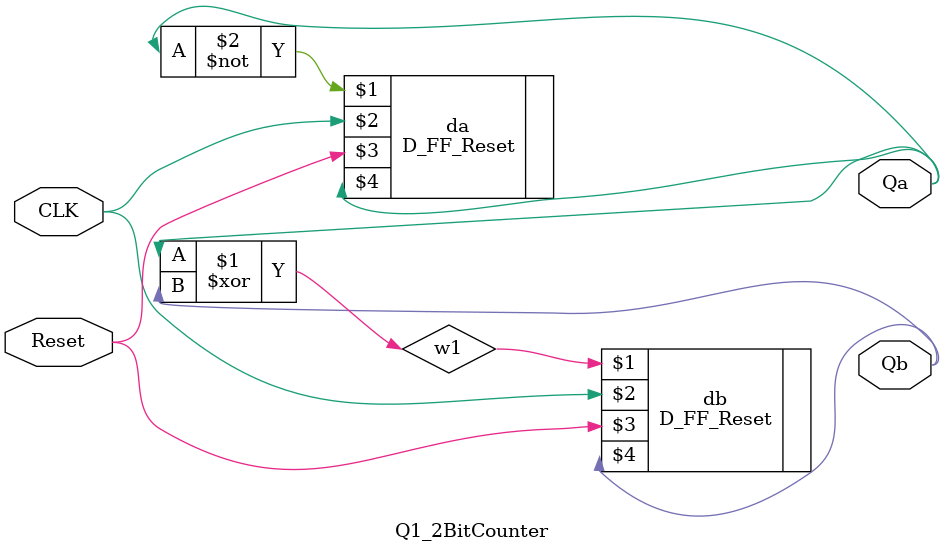
<source format=v>
`timescale 1ns / 1ps
module Q1_2BitCounter(
    input CLK,
    input Reset,
    output Qa,
    output Qb
    );
	wire w1;
	assign w1 = Qa^Qb;
	
	D_FF_Reset da(~Qa, CLK, Reset, Qa);
	D_FF_Reset db(w1, CLK, Reset, Qb);

endmodule

</source>
